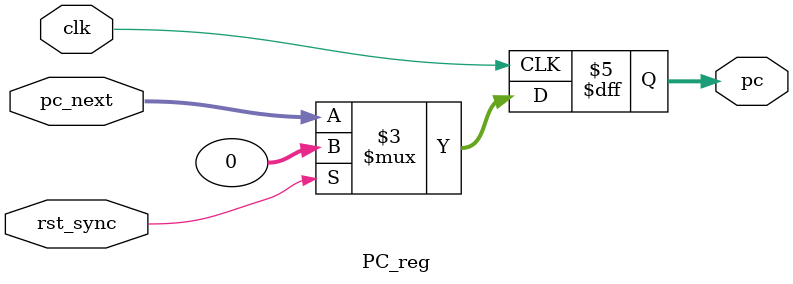
<source format=v>
module PC_reg(
    input clk,
    input rst_sync,
    output reg [31:0] pc,
    input [31:0] pc_next
);

    always @(posedge clk) begin
        if (rst_sync)
            pc <= 32'b0;
        else
            pc <= pc_next;
    end

endmodule
</source>
